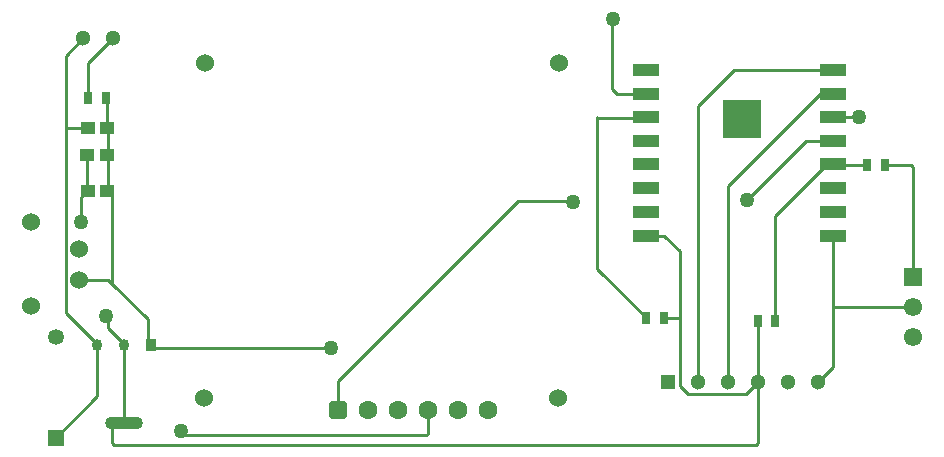
<source format=gtl>
%FSTAX23Y23*%
%MOIN*%
%SFA1B1*%

%IPPOS*%
%AMD18*
4,1,8,0.017200,-0.002600,0.017200,0.002600,0.000000,0.019800,0.000000,0.019800,-0.017200,0.002600,-0.017200,-0.002600,0.000000,-0.019800,0.000000,-0.019800,0.017200,-0.002600,0.0*
1,1,0.034339,0.000000,-0.002600*
1,1,0.034339,0.000000,0.002600*
1,1,0.034339,0.000000,0.002600*
1,1,0.034339,0.000000,-0.002600*
%
%AMD19*
4,1,8,0.062600,-0.002600,0.062600,0.002600,0.045400,0.019800,-0.045400,0.019800,-0.062600,0.002600,-0.062600,-0.002600,-0.045400,-0.019800,0.045400,-0.019800,0.062600,-0.002600,0.0*
1,1,0.034402,0.045400,-0.002600*
1,1,0.034402,0.045400,0.002600*
1,1,0.034402,-0.045400,0.002600*
1,1,0.034402,-0.045400,-0.002600*
%
%AMD36*
4,1,8,0.015700,0.031500,-0.015700,0.031500,-0.031500,0.015700,-0.031500,-0.015700,-0.015700,-0.031500,0.015700,-0.031500,0.031500,-0.015700,0.031500,0.015700,0.015700,0.031500,0.0*
1,1,0.031496,0.015700,0.015700*
1,1,0.031496,-0.015700,0.015700*
1,1,0.031496,-0.015700,-0.015700*
1,1,0.031496,0.015700,-0.015700*
%
%ADD12C,0.010000*%
%ADD13R,0.086614X0.043307*%
%ADD14R,0.125984X0.125984*%
%ADD15R,0.047500X0.042055*%
%ADD16R,0.031496X0.039370*%
%ADD17R,0.034335X0.039539*%
G04~CAMADD=18~8~0.0~0.0~395.4~343.3~171.7~0.0~15~0.0~0.0~0.0~0.0~0~0.0~0.0~0.0~0.0~0~0.0~0.0~0.0~270.0~344.0~395.0*
%ADD18D18*%
G04~CAMADD=19~8~0.0~0.0~395.4~1252.8~172.0~0.0~15~0.0~0.0~0.0~0.0~0~0.0~0.0~0.0~0.0~0~0.0~0.0~0.0~270.0~1254.0~395.0*
%ADD19D19*%
%ADD23R,0.051181X0.051181*%
%ADD24C,0.051181*%
%ADD25R,0.053150X0.053150*%
%ADD26C,0.053150*%
%ADD32C,0.060000*%
%ADD33R,0.061024X0.061024*%
%ADD34C,0.061024*%
%ADD35C,0.062992*%
G04~CAMADD=36~8~0.0~0.0~629.9~629.9~157.5~0.0~15~0.0~0.0~0.0~0.0~0~0.0~0.0~0.0~0.0~0~0.0~0.0~0.0~0.0~629.9~629.9*
%ADD36D36*%
%ADD37C,0.050000*%
%LNpcb1-1*%
%LPD*%
G54D12*
X02765Y00488D02*
Y0072D01*
Y00483D02*
Y00488D01*
X02768Y00483D02*
X03029D01*
X02765Y00283D02*
Y00483D01*
X00492Y00354D02*
X00502Y00344D01*
X01092*
X01714Y00836D02*
X01895D01*
X01114Y00138D02*
Y00236D01*
X01714Y00836*
X00362Y00559D02*
X0048Y00441D01*
X00344Y0087D02*
X00345D01*
X00362Y00559D02*
Y00853D01*
X00348Y0087D02*
Y01081D01*
Y00573D02*
X00362Y00559D01*
X00345Y0087D02*
X00362Y00853D01*
X00258Y00849D02*
X0026Y00851D01*
X00258Y00765D02*
Y00849D01*
X00276Y0087D02*
X00278D01*
X0026Y00853D02*
X00276Y0087D01*
X0026Y00851D02*
Y00853D01*
X00402Y00354D02*
Y00357D01*
X00346Y00413D02*
X00402Y00357D01*
X00346Y00413D02*
Y00445D01*
X00339Y00453D02*
X00346Y00445D01*
X00206Y00463D02*
X00311Y00357D01*
X00206Y00463D02*
Y0108D01*
X00311Y00354D02*
Y00357D01*
Y00185D02*
Y00354D01*
X00348Y00573D02*
D01*
X00206Y0108D02*
Y0132D01*
X00207Y01079D02*
X0028D01*
X00206Y0108D02*
X00207Y01079D01*
X0034Y0118D02*
X00345Y01175D01*
Y01079D02*
Y01175D01*
X00402Y00095D02*
Y00354D01*
X0059Y00055D02*
X01408D01*
X00367Y00023D02*
X02508D01*
X00173Y00046D02*
X00311Y00185D01*
X00278Y0087D02*
Y00987D01*
X00206Y0132D02*
X00265Y01379D01*
X00281Y0118D02*
Y01295D01*
X00365Y01379*
X0048Y00366D02*
X00492Y00354D01*
X0048Y00366D02*
Y00441D01*
X02508Y00023D02*
X02514Y00028D01*
X00361D02*
X00367Y00023D01*
X02514Y00028D02*
Y00232D01*
X00361Y00028D02*
Y00081D01*
X00375Y00095*
X00402*
X00251Y00573D02*
X00348D01*
X01895Y00836D02*
X01898Y00833D01*
X01978Y0061D02*
X02145Y00444D01*
X02477Y00837D02*
X02675Y01035D01*
X02765*
X02314Y01152D02*
X02434Y01272D01*
X02765*
X02314Y00232D02*
Y01152D01*
X01978Y0061D02*
Y01114D01*
X02714Y00232D02*
X02765Y00283D01*
X02473Y00191D02*
X02514Y00232D01*
X01408Y00055D02*
X01414Y0006D01*
Y00138*
X02255Y00442D02*
Y00667D01*
Y00218D02*
Y00442D01*
X02201Y00446D02*
X02251D01*
X02255Y00442*
X02767Y00955D02*
X02878D01*
X02934D02*
X03023D01*
X03029Y00583D02*
Y00949D01*
X03023Y00955D02*
X03029Y00949D01*
X01981Y01113D02*
X02141D01*
X02142Y01114*
X02414Y00886D02*
X02721Y01193D01*
X02765*
X02414Y00232D02*
Y00886D01*
X02027Y01441D02*
X02029Y01443D01*
X02027Y0121D02*
Y01441D01*
X02765Y00957D02*
X02767Y00955D01*
X02743Y00957D02*
X02765D01*
X02572Y00786D02*
X02743Y00957D01*
X02142Y0072D02*
X02202D01*
X02255Y00667*
Y00218D02*
X02282Y00191D01*
X02473*
X02513Y00436D02*
X02514Y00435D01*
Y00232D02*
Y00435D01*
X02765Y01114D02*
X02852D01*
X02027Y0121D02*
X02044Y01193D01*
X02142*
X02572Y00436D02*
Y00786D01*
G54D13*
X02142Y01272D03*
Y01193D03*
Y01114D03*
Y01035D03*
Y00957D03*
Y00878D03*
Y00799D03*
Y0072D03*
X02765D03*
Y00799D03*
Y00878D03*
Y00957D03*
Y01035D03*
Y01114D03*
Y01193D03*
Y01272D03*
G54D14*
X02461Y01108D03*
G54D15*
X00278Y00987D03*
X00344D03*
X00344Y0087D03*
X00279D03*
X00345Y01079D03*
X0028D03*
G54D16*
X00281Y0118D03*
X0034D03*
X02201Y00446D03*
X02141D03*
X02937Y00955D03*
X02878D03*
X02513Y00436D03*
X02572D03*
G54D17*
X00492Y00354D03*
G54D18*
X00402Y00354D03*
X00311D03*
G54D19*
X00402Y00095D03*
G54D23*
X02214Y00232D03*
G54D24*
X00365Y01379D03*
X00265D03*
X02314Y00232D03*
X02414D03*
X02514D03*
X02614D03*
X02714D03*
G54D25*
X00173Y00046D03*
G54D26*
X00173Y00381D03*
G54D32*
X00092Y00485D03*
X00251Y00573D03*
Y00676D03*
X00092Y00764D03*
X01848Y00179D03*
X00667Y0018D03*
X01852Y01295D03*
X00672Y01295D03*
G54D33*
X03029Y00583D03*
G54D34*
X03029Y00483D03*
Y00383D03*
G54D35*
X01414Y00138D03*
X01214D03*
X01314D03*
X01514D03*
X01614D03*
G54D36*
X01114Y00138D03*
G54D37*
X01092Y00344D03*
X00258Y00765D03*
X00339Y00453D03*
X0059Y00068D03*
X02477Y00837D03*
X01898Y00833D03*
X02029Y01443D03*
X02852Y01114D03*
M02*
</source>
